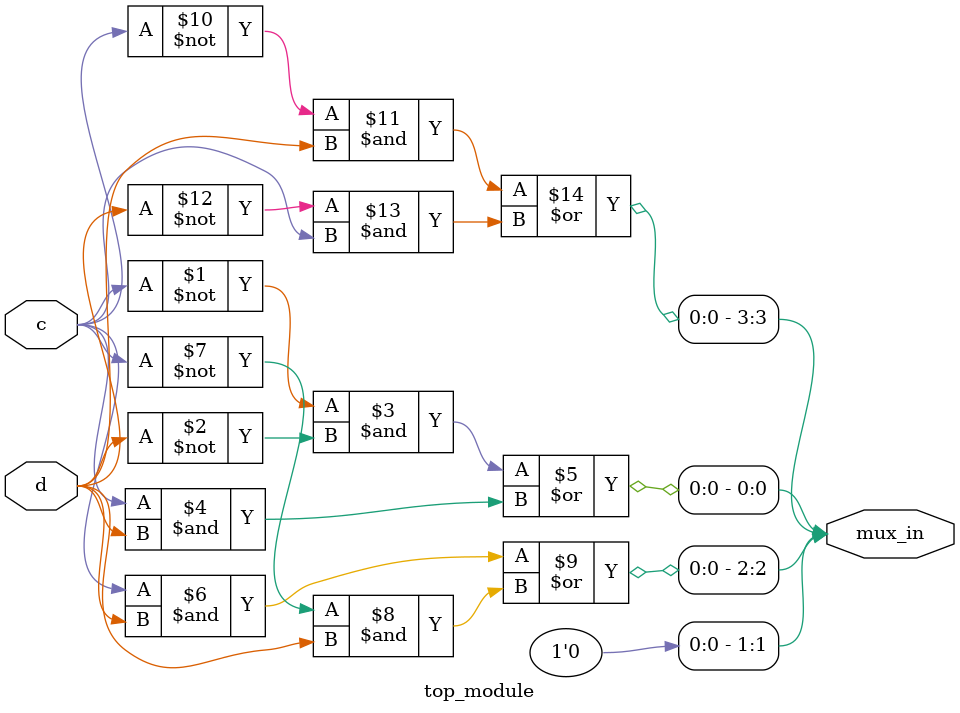
<source format=sv>
module top_module (
    input c,
    input d,
    output [3:0] mux_in
);

    // Implement the Karnaugh map logic:
    // ab
    // cd   00 01 11 10
    //  00 | 0 | 0 | 0 | 1 |
    //  01 | 1 | 0 | 0 | 0 |
    //  11 | 1 | 0 | 1 | 1 |
    //  10 | 1 | 0 | 0 | 1 |

    // Assign values to mux_in based on the K-map
    assign mux_in[0] = (~c & ~d) | (c & d); // ab = 00: mux_in[0] = K-map values 1, 2, 3, 4
    assign mux_in[1] = 0;                  // ab = 01: always 0
    assign mux_in[2] = (c & d) | (~c & d); // ab = 11: mux_in[2] = K-map values 7, 11, 15
    assign mux_in[3] = (~c & d) | (~d & c); // ab = 10: mux_in[3] = K-map values 8, 9, 14

endmodule

</source>
